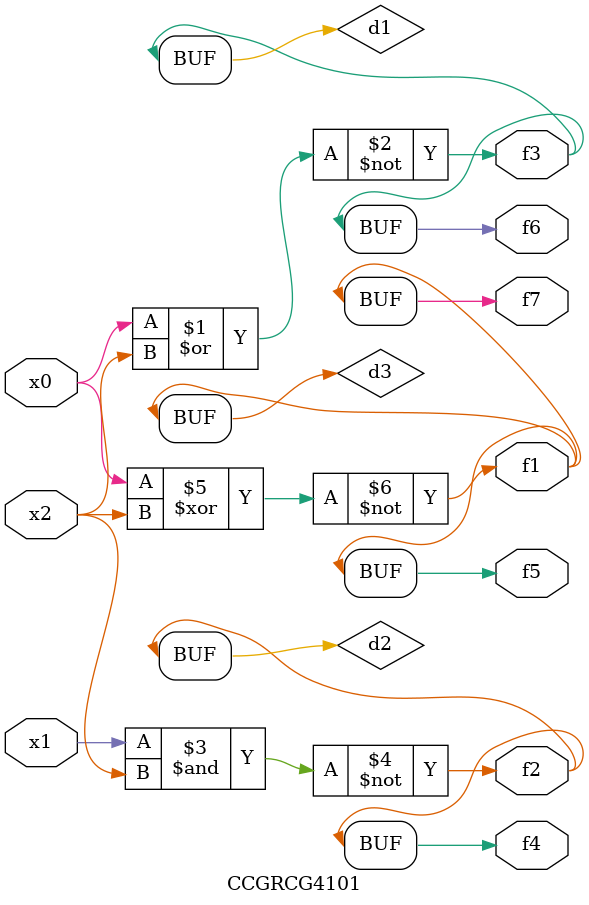
<source format=v>
module CCGRCG4101(
	input x0, x1, x2,
	output f1, f2, f3, f4, f5, f6, f7
);

	wire d1, d2, d3;

	nor (d1, x0, x2);
	nand (d2, x1, x2);
	xnor (d3, x0, x2);
	assign f1 = d3;
	assign f2 = d2;
	assign f3 = d1;
	assign f4 = d2;
	assign f5 = d3;
	assign f6 = d1;
	assign f7 = d3;
endmodule

</source>
